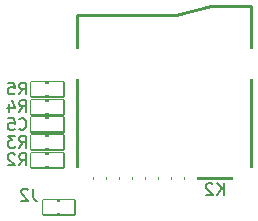
<source format=gbo>
G04 #@! TF.FileFunction,Legend,Bot*
%FSLAX46Y46*%
G04 Gerber Fmt 4.6, Leading zero omitted, Abs format (unit mm)*
G04 Created by KiCad (PCBNEW 4.0.4-stable) date Thu Nov 17 11:55:04 2016*
%MOMM*%
%LPD*%
G01*
G04 APERTURE LIST*
%ADD10C,0.100000*%
%ADD11C,0.250000*%
%ADD12C,0.200000*%
%ADD13R,1.400000X1.400000*%
%ADD14C,0.900000*%
%ADD15C,2.398980*%
%ADD16C,3.600000*%
%ADD17R,1.200000X1.200000*%
%ADD18R,1.600000X2.600000*%
%ADD19R,1.100000X2.000000*%
%ADD20R,1.600000X1.800000*%
%ADD21R,2.000000X1.800000*%
%ADD22C,1.400000*%
G04 APERTURE END LIST*
D10*
D11*
X51150000Y-40600000D02*
X51150000Y-39400000D01*
X53850000Y-39400000D02*
X53850000Y-40600000D01*
X53850000Y-40600000D02*
X51150000Y-40600000D01*
X51150000Y-39400000D02*
X53850000Y-39400000D01*
X52150000Y-47600000D02*
X52150000Y-46400000D01*
X54850000Y-46400000D02*
X54850000Y-47600000D01*
X54850000Y-47600000D02*
X52150000Y-47600000D01*
X52150000Y-46400000D02*
X54850000Y-46400000D01*
X51150000Y-43600000D02*
X51150000Y-42400000D01*
X53850000Y-42400000D02*
X53850000Y-43600000D01*
X53850000Y-43600000D02*
X51150000Y-43600000D01*
X51150000Y-42400000D02*
X53850000Y-42400000D01*
X51150000Y-42100000D02*
X51150000Y-40900000D01*
X53850000Y-40900000D02*
X53850000Y-42100000D01*
X53850000Y-42100000D02*
X51150000Y-42100000D01*
X51150000Y-40900000D02*
X53850000Y-40900000D01*
X51150000Y-39100000D02*
X51150000Y-37900000D01*
X53850000Y-37900000D02*
X53850000Y-39100000D01*
X53850000Y-39100000D02*
X51150000Y-39100000D01*
X51150000Y-37900000D02*
X53850000Y-37900000D01*
X51150000Y-37600000D02*
X51150000Y-36400000D01*
X53850000Y-36400000D02*
X53850000Y-37600000D01*
X53850000Y-37600000D02*
X51150000Y-37600000D01*
X51150000Y-36400000D02*
X53850000Y-36400000D01*
X69800000Y-30000000D02*
X69800000Y-44500000D01*
X69800000Y-30000000D02*
X66450000Y-30000000D01*
X66450000Y-30000000D02*
X63450000Y-30700000D01*
X63450000Y-30700000D02*
X55100000Y-30700000D01*
X69800000Y-44500000D02*
X55100000Y-44500000D01*
X55100000Y-30700000D02*
X55100000Y-44500000D01*
D12*
X50166666Y-40357143D02*
X50214285Y-40404762D01*
X50357142Y-40452381D01*
X50452380Y-40452381D01*
X50595238Y-40404762D01*
X50690476Y-40309524D01*
X50738095Y-40214286D01*
X50785714Y-40023810D01*
X50785714Y-39880952D01*
X50738095Y-39690476D01*
X50690476Y-39595238D01*
X50595238Y-39500000D01*
X50452380Y-39452381D01*
X50357142Y-39452381D01*
X50214285Y-39500000D01*
X50166666Y-39547619D01*
X49261904Y-39452381D02*
X49738095Y-39452381D01*
X49785714Y-39928571D01*
X49738095Y-39880952D01*
X49642857Y-39833333D01*
X49404761Y-39833333D01*
X49309523Y-39880952D01*
X49261904Y-39928571D01*
X49214285Y-40023810D01*
X49214285Y-40261905D01*
X49261904Y-40357143D01*
X49309523Y-40404762D01*
X49404761Y-40452381D01*
X49642857Y-40452381D01*
X49738095Y-40404762D01*
X49785714Y-40357143D01*
X51333333Y-45452381D02*
X51333333Y-46166667D01*
X51380953Y-46309524D01*
X51476191Y-46404762D01*
X51619048Y-46452381D01*
X51714286Y-46452381D01*
X50904762Y-45547619D02*
X50857143Y-45500000D01*
X50761905Y-45452381D01*
X50523809Y-45452381D01*
X50428571Y-45500000D01*
X50380952Y-45547619D01*
X50333333Y-45642857D01*
X50333333Y-45738095D01*
X50380952Y-45880952D01*
X50952381Y-46452381D01*
X50333333Y-46452381D01*
X50166666Y-43452381D02*
X50500000Y-42976190D01*
X50738095Y-43452381D02*
X50738095Y-42452381D01*
X50357142Y-42452381D01*
X50261904Y-42500000D01*
X50214285Y-42547619D01*
X50166666Y-42642857D01*
X50166666Y-42785714D01*
X50214285Y-42880952D01*
X50261904Y-42928571D01*
X50357142Y-42976190D01*
X50738095Y-42976190D01*
X49785714Y-42547619D02*
X49738095Y-42500000D01*
X49642857Y-42452381D01*
X49404761Y-42452381D01*
X49309523Y-42500000D01*
X49261904Y-42547619D01*
X49214285Y-42642857D01*
X49214285Y-42738095D01*
X49261904Y-42880952D01*
X49833333Y-43452381D01*
X49214285Y-43452381D01*
X50166666Y-41952381D02*
X50500000Y-41476190D01*
X50738095Y-41952381D02*
X50738095Y-40952381D01*
X50357142Y-40952381D01*
X50261904Y-41000000D01*
X50214285Y-41047619D01*
X50166666Y-41142857D01*
X50166666Y-41285714D01*
X50214285Y-41380952D01*
X50261904Y-41428571D01*
X50357142Y-41476190D01*
X50738095Y-41476190D01*
X49833333Y-40952381D02*
X49214285Y-40952381D01*
X49547619Y-41333333D01*
X49404761Y-41333333D01*
X49309523Y-41380952D01*
X49261904Y-41428571D01*
X49214285Y-41523810D01*
X49214285Y-41761905D01*
X49261904Y-41857143D01*
X49309523Y-41904762D01*
X49404761Y-41952381D01*
X49690476Y-41952381D01*
X49785714Y-41904762D01*
X49833333Y-41857143D01*
X50166666Y-38952381D02*
X50500000Y-38476190D01*
X50738095Y-38952381D02*
X50738095Y-37952381D01*
X50357142Y-37952381D01*
X50261904Y-38000000D01*
X50214285Y-38047619D01*
X50166666Y-38142857D01*
X50166666Y-38285714D01*
X50214285Y-38380952D01*
X50261904Y-38428571D01*
X50357142Y-38476190D01*
X50738095Y-38476190D01*
X49309523Y-38285714D02*
X49309523Y-38952381D01*
X49547619Y-37904762D02*
X49785714Y-38619048D01*
X49166666Y-38619048D01*
X50166666Y-37452381D02*
X50500000Y-36976190D01*
X50738095Y-37452381D02*
X50738095Y-36452381D01*
X50357142Y-36452381D01*
X50261904Y-36500000D01*
X50214285Y-36547619D01*
X50166666Y-36642857D01*
X50166666Y-36785714D01*
X50214285Y-36880952D01*
X50261904Y-36928571D01*
X50357142Y-36976190D01*
X50738095Y-36976190D01*
X49261904Y-36452381D02*
X49738095Y-36452381D01*
X49785714Y-36928571D01*
X49738095Y-36880952D01*
X49642857Y-36833333D01*
X49404761Y-36833333D01*
X49309523Y-36880952D01*
X49261904Y-36928571D01*
X49214285Y-37023810D01*
X49214285Y-37261905D01*
X49261904Y-37357143D01*
X49309523Y-37404762D01*
X49404761Y-37452381D01*
X49642857Y-37452381D01*
X49738095Y-37404762D01*
X49785714Y-37357143D01*
X67488095Y-45952381D02*
X67488095Y-44952381D01*
X66916666Y-45952381D02*
X67345238Y-45380952D01*
X66916666Y-44952381D02*
X67488095Y-45523810D01*
X66535714Y-45047619D02*
X66488095Y-45000000D01*
X66392857Y-44952381D01*
X66154761Y-44952381D01*
X66059523Y-45000000D01*
X66011904Y-45047619D01*
X65964285Y-45142857D01*
X65964285Y-45238095D01*
X66011904Y-45380952D01*
X66583333Y-45952381D01*
X65964285Y-45952381D01*
%LPC*%
D13*
X51190000Y-77940000D03*
X48650000Y-77940000D03*
X49920000Y-77940000D03*
X49920000Y-79210000D03*
X51190000Y-79210000D03*
X48650000Y-79210000D03*
X43570000Y-77940000D03*
X47380000Y-77940000D03*
X46110000Y-79210000D03*
X46110000Y-77940000D03*
X44840000Y-77940000D03*
X47380000Y-79210000D03*
X43570000Y-79210000D03*
X44840000Y-79210000D03*
X58810000Y-79210000D03*
X60080000Y-77940000D03*
X57540000Y-77940000D03*
X60080000Y-79210000D03*
X57540000Y-79210000D03*
X58810000Y-77940000D03*
X56270000Y-77940000D03*
X55000000Y-77940000D03*
X53730000Y-77940000D03*
X52460000Y-77940000D03*
X53730000Y-79210000D03*
X55000000Y-79210000D03*
X56270000Y-79210000D03*
X52460000Y-79210000D03*
X71510000Y-77940000D03*
X72780000Y-79210000D03*
X71510000Y-79210000D03*
X72780000Y-77940000D03*
X74050000Y-77940000D03*
X74050000Y-79210000D03*
X62620000Y-79210000D03*
X61350000Y-77940000D03*
X61350000Y-79210000D03*
X62620000Y-77940000D03*
X63890000Y-79210000D03*
X65160000Y-79210000D03*
X63890000Y-77940000D03*
X66430000Y-79210000D03*
X67700000Y-77940000D03*
X67700000Y-79210000D03*
X66430000Y-77940000D03*
X65160000Y-77940000D03*
X68970000Y-79210000D03*
X70240000Y-77940000D03*
X70240000Y-79210000D03*
X68970000Y-77940000D03*
X37220000Y-77940000D03*
X37220000Y-79210000D03*
X35950000Y-79210000D03*
X41030000Y-79210000D03*
X41030000Y-77940000D03*
X39760000Y-79210000D03*
X38490000Y-79210000D03*
X38490000Y-77940000D03*
X39760000Y-77940000D03*
X42300000Y-77940000D03*
X42300000Y-79210000D03*
X35950000Y-77940000D03*
X53730000Y-71590000D03*
X55000000Y-70320000D03*
X53730000Y-72860000D03*
X53730000Y-70320000D03*
X56270000Y-74130000D03*
X51190000Y-74130000D03*
X49920000Y-72860000D03*
X52460000Y-72860000D03*
X52460000Y-74130000D03*
X49920000Y-74130000D03*
X51190000Y-72860000D03*
X53730000Y-69050000D03*
X52460000Y-69050000D03*
X51190000Y-69050000D03*
X49920000Y-69050000D03*
X51190000Y-71590000D03*
X49920000Y-70320000D03*
X52460000Y-70320000D03*
X52460000Y-71590000D03*
X49920000Y-71590000D03*
X51190000Y-70320000D03*
X55000000Y-69050000D03*
X56270000Y-69050000D03*
X57540000Y-76670000D03*
X55000000Y-76670000D03*
X56270000Y-76670000D03*
X56270000Y-75400000D03*
X56270000Y-71590000D03*
X56270000Y-72860000D03*
X55000000Y-71590000D03*
X56270000Y-70320000D03*
X55000000Y-72860000D03*
X51190000Y-75400000D03*
X49920000Y-75400000D03*
X52460000Y-75400000D03*
X52460000Y-76670000D03*
X49920000Y-76670000D03*
X51190000Y-76670000D03*
X53730000Y-76670000D03*
X53730000Y-74130000D03*
X55000000Y-74130000D03*
X55000000Y-75400000D03*
X53730000Y-75400000D03*
X34680000Y-69050000D03*
X37220000Y-71590000D03*
X37220000Y-70320000D03*
X38490000Y-71590000D03*
X38490000Y-70320000D03*
X39760000Y-71590000D03*
X34680000Y-71590000D03*
X34680000Y-70320000D03*
X35950000Y-70320000D03*
X35950000Y-71590000D03*
X35950000Y-69050000D03*
X37220000Y-69050000D03*
X39760000Y-69050000D03*
X38490000Y-69050000D03*
X39760000Y-70320000D03*
X41030000Y-71590000D03*
X42300000Y-70320000D03*
X41030000Y-70320000D03*
X41030000Y-69050000D03*
X42300000Y-69050000D03*
X44840000Y-69050000D03*
X47380000Y-69050000D03*
X47380000Y-70320000D03*
X48650000Y-69050000D03*
X48650000Y-70320000D03*
X42300000Y-71590000D03*
X43570000Y-70320000D03*
X43570000Y-69050000D03*
X43570000Y-71590000D03*
X44840000Y-70320000D03*
X44840000Y-71590000D03*
X47380000Y-71590000D03*
X46110000Y-69050000D03*
X48650000Y-71590000D03*
X46110000Y-70320000D03*
X46110000Y-71590000D03*
X33410000Y-71590000D03*
X30870000Y-70320000D03*
X32140000Y-71590000D03*
X32140000Y-70320000D03*
X33410000Y-70320000D03*
X30870000Y-71590000D03*
X33410000Y-69050000D03*
X30870000Y-69050000D03*
X32140000Y-69050000D03*
X37220000Y-76670000D03*
X35950000Y-76670000D03*
X35950000Y-75400000D03*
X37220000Y-75400000D03*
X39760000Y-76670000D03*
X38490000Y-76670000D03*
X38490000Y-75400000D03*
X37220000Y-74130000D03*
X35950000Y-74130000D03*
X35950000Y-72860000D03*
X38490000Y-72860000D03*
X37220000Y-72860000D03*
X30870000Y-74130000D03*
X30870000Y-72860000D03*
X34680000Y-74130000D03*
X34680000Y-72860000D03*
X32140000Y-74130000D03*
X32140000Y-72860000D03*
X33410000Y-72860000D03*
X33410000Y-74130000D03*
X38490000Y-74130000D03*
X39760000Y-75400000D03*
X39760000Y-72860000D03*
X39760000Y-74130000D03*
X47380000Y-74130000D03*
X48650000Y-72860000D03*
X46110000Y-74130000D03*
X47380000Y-72860000D03*
X48650000Y-74130000D03*
X41030000Y-74130000D03*
X43570000Y-74130000D03*
X42300000Y-74130000D03*
X42300000Y-72860000D03*
X43570000Y-72860000D03*
X41030000Y-72860000D03*
X47380000Y-76670000D03*
X47380000Y-75400000D03*
X48650000Y-76670000D03*
X48650000Y-75400000D03*
X46110000Y-76670000D03*
X41030000Y-76670000D03*
X41030000Y-75400000D03*
X42300000Y-75400000D03*
X42300000Y-76670000D03*
X43570000Y-76670000D03*
X43570000Y-75400000D03*
X44840000Y-74130000D03*
X46110000Y-72860000D03*
X44840000Y-72860000D03*
X44840000Y-76670000D03*
X46110000Y-75400000D03*
X44840000Y-75400000D03*
X62620000Y-76670000D03*
X62620000Y-75400000D03*
X61350000Y-76670000D03*
X61350000Y-75400000D03*
X60080000Y-75400000D03*
X60080000Y-74130000D03*
X60080000Y-76670000D03*
X58810000Y-69050000D03*
X58810000Y-70320000D03*
X61350000Y-70320000D03*
X60080000Y-70320000D03*
X60080000Y-69050000D03*
X61350000Y-74130000D03*
X61350000Y-72860000D03*
X60080000Y-72860000D03*
X61350000Y-71590000D03*
X60080000Y-71590000D03*
X57540000Y-72860000D03*
X58810000Y-71590000D03*
X58810000Y-72860000D03*
X57540000Y-71590000D03*
X57540000Y-69050000D03*
X57540000Y-70320000D03*
X58810000Y-76670000D03*
X57540000Y-75400000D03*
X58810000Y-74130000D03*
X58810000Y-75400000D03*
X57540000Y-74130000D03*
X70240000Y-72860000D03*
X70240000Y-74130000D03*
X70240000Y-71590000D03*
X71510000Y-71590000D03*
X75320000Y-74130000D03*
X74050000Y-76670000D03*
X74050000Y-75400000D03*
X74050000Y-74130000D03*
X75320000Y-71590000D03*
X75320000Y-72860000D03*
X77860000Y-74130000D03*
X77860000Y-71590000D03*
X76590000Y-74130000D03*
X76590000Y-71590000D03*
X76590000Y-72860000D03*
X79130000Y-71590000D03*
X79130000Y-72860000D03*
X77860000Y-72860000D03*
X79130000Y-74130000D03*
X70240000Y-75400000D03*
X71510000Y-75400000D03*
X72780000Y-76670000D03*
X71510000Y-76670000D03*
X72780000Y-75400000D03*
X70240000Y-76670000D03*
X74050000Y-71590000D03*
X74050000Y-72860000D03*
X71510000Y-72860000D03*
X71510000Y-74130000D03*
X72780000Y-74130000D03*
X72780000Y-71590000D03*
X72780000Y-72860000D03*
X71510000Y-69050000D03*
X72780000Y-69050000D03*
X79130000Y-70320000D03*
X79130000Y-69050000D03*
X77860000Y-70320000D03*
X75320000Y-70320000D03*
X74050000Y-69050000D03*
X74050000Y-70320000D03*
X75320000Y-69050000D03*
X70240000Y-70320000D03*
X71510000Y-70320000D03*
X70240000Y-69050000D03*
X72780000Y-70320000D03*
X77860000Y-69050000D03*
X76590000Y-70320000D03*
X76590000Y-69050000D03*
X68970000Y-76670000D03*
X67700000Y-74130000D03*
X67700000Y-76670000D03*
X68970000Y-74130000D03*
X67700000Y-75400000D03*
X68970000Y-75400000D03*
X63890000Y-76670000D03*
X63890000Y-75400000D03*
X65160000Y-76670000D03*
X66430000Y-74130000D03*
X66430000Y-75400000D03*
X65160000Y-75400000D03*
X66430000Y-76670000D03*
X65160000Y-74130000D03*
X65160000Y-69050000D03*
X66430000Y-69050000D03*
X63890000Y-70320000D03*
X61350000Y-69050000D03*
X62620000Y-70320000D03*
X62620000Y-69050000D03*
X63890000Y-74130000D03*
X63890000Y-71590000D03*
X63890000Y-72860000D03*
X62620000Y-72860000D03*
X62620000Y-71590000D03*
X62620000Y-74130000D03*
X67700000Y-71590000D03*
X65160000Y-71590000D03*
X65160000Y-72860000D03*
X67700000Y-70320000D03*
X66430000Y-71590000D03*
X65160000Y-70320000D03*
X67700000Y-72860000D03*
X68970000Y-71590000D03*
X68970000Y-72860000D03*
X66430000Y-70320000D03*
X66430000Y-72860000D03*
X68970000Y-70320000D03*
X67700000Y-69050000D03*
X68970000Y-69050000D03*
X63890000Y-69050000D03*
X41030000Y-67780000D03*
X41030000Y-65240000D03*
X41030000Y-62700000D03*
X41030000Y-60160000D03*
X41030000Y-66510000D03*
X41030000Y-63970000D03*
X41030000Y-61430000D03*
X41030000Y-58890000D03*
X42300000Y-66510000D03*
X42300000Y-63970000D03*
X42300000Y-61430000D03*
X42300000Y-58890000D03*
X42300000Y-67780000D03*
X42300000Y-65240000D03*
X42300000Y-62700000D03*
X42300000Y-60160000D03*
X43570000Y-67780000D03*
X43570000Y-65240000D03*
X43570000Y-62700000D03*
X43570000Y-60160000D03*
X43570000Y-66510000D03*
X43570000Y-63970000D03*
X43570000Y-61430000D03*
X43570000Y-58890000D03*
X34680000Y-67780000D03*
X34680000Y-65240000D03*
X34680000Y-62700000D03*
X34680000Y-60160000D03*
X33410000Y-67780000D03*
X33410000Y-65240000D03*
X33410000Y-62700000D03*
X33410000Y-60160000D03*
X32140000Y-67780000D03*
X32140000Y-65240000D03*
X32140000Y-62700000D03*
X32140000Y-60160000D03*
X34680000Y-66510000D03*
X34680000Y-63970000D03*
X34680000Y-61430000D03*
X34680000Y-58890000D03*
X32140000Y-66510000D03*
X32140000Y-63970000D03*
X32140000Y-61430000D03*
X32140000Y-58890000D03*
X33410000Y-66510000D03*
X33410000Y-63970000D03*
X33410000Y-61430000D03*
X33410000Y-58890000D03*
X37220000Y-67780000D03*
X37220000Y-65240000D03*
X37220000Y-62700000D03*
X37220000Y-60160000D03*
X37220000Y-66510000D03*
X37220000Y-63970000D03*
X37220000Y-61430000D03*
X37220000Y-58890000D03*
X35950000Y-66510000D03*
X35950000Y-63970000D03*
X35950000Y-61430000D03*
X35950000Y-58890000D03*
X35950000Y-67780000D03*
X35950000Y-65240000D03*
X35950000Y-62700000D03*
X35950000Y-60160000D03*
X39760000Y-67780000D03*
X39760000Y-65240000D03*
X39760000Y-62700000D03*
X39760000Y-60160000D03*
X39760000Y-66510000D03*
X39760000Y-63970000D03*
X39760000Y-61430000D03*
X39760000Y-58890000D03*
X38490000Y-67780000D03*
X38490000Y-65240000D03*
X38490000Y-62700000D03*
X38490000Y-60160000D03*
X38490000Y-66510000D03*
X38490000Y-63970000D03*
X38490000Y-61430000D03*
X38490000Y-58890000D03*
X47380000Y-67780000D03*
X47380000Y-65240000D03*
X47380000Y-62700000D03*
X47380000Y-60160000D03*
X47380000Y-66510000D03*
X47380000Y-63970000D03*
X47380000Y-61430000D03*
X47380000Y-58890000D03*
X48650000Y-67780000D03*
X48650000Y-65240000D03*
X48650000Y-62700000D03*
X48650000Y-60160000D03*
X48650000Y-66510000D03*
X48650000Y-63970000D03*
X48650000Y-61430000D03*
X48650000Y-58890000D03*
X46110000Y-67780000D03*
X46110000Y-65240000D03*
X46110000Y-62700000D03*
X46110000Y-60160000D03*
X44840000Y-66510000D03*
X44840000Y-63970000D03*
X44840000Y-61430000D03*
X44840000Y-58890000D03*
X44840000Y-67780000D03*
X44840000Y-65240000D03*
X44840000Y-62700000D03*
X44840000Y-60160000D03*
X46110000Y-66510000D03*
X46110000Y-63970000D03*
X46110000Y-61430000D03*
X46110000Y-58890000D03*
X75320000Y-67780000D03*
X75320000Y-65240000D03*
X75320000Y-62700000D03*
X75320000Y-60160000D03*
X77860000Y-67780000D03*
X77860000Y-65240000D03*
X77860000Y-62700000D03*
X77860000Y-60160000D03*
X76590000Y-67780000D03*
X76590000Y-65240000D03*
X76590000Y-62700000D03*
X76590000Y-60160000D03*
X79130000Y-67780000D03*
X79130000Y-65240000D03*
X79130000Y-62700000D03*
X79130000Y-60160000D03*
X74050000Y-67780000D03*
X74050000Y-65240000D03*
X74050000Y-62700000D03*
X74050000Y-60160000D03*
X79130000Y-66510000D03*
X79130000Y-63970000D03*
X79130000Y-61430000D03*
X79130000Y-58890000D03*
X75320000Y-66510000D03*
X75320000Y-63970000D03*
X75320000Y-61430000D03*
X75320000Y-58890000D03*
X74050000Y-66510000D03*
X74050000Y-63970000D03*
X74050000Y-61430000D03*
X74050000Y-58890000D03*
X76590000Y-66510000D03*
X76590000Y-63970000D03*
X76590000Y-61430000D03*
X76590000Y-58890000D03*
X77860000Y-66510000D03*
X77860000Y-63970000D03*
X77860000Y-61430000D03*
X77860000Y-58890000D03*
X68970000Y-67780000D03*
X68970000Y-65240000D03*
X68970000Y-62700000D03*
X68970000Y-60160000D03*
X70240000Y-66510000D03*
X70240000Y-63970000D03*
X70240000Y-61430000D03*
X70240000Y-58890000D03*
X67700000Y-67780000D03*
X67700000Y-65240000D03*
X67700000Y-62700000D03*
X67700000Y-60160000D03*
X67700000Y-66510000D03*
X67700000Y-63970000D03*
X67700000Y-61430000D03*
X67700000Y-58890000D03*
X70240000Y-67780000D03*
X70240000Y-65240000D03*
X70240000Y-62700000D03*
X70240000Y-60160000D03*
X68970000Y-66510000D03*
X68970000Y-63970000D03*
X68970000Y-61430000D03*
X68970000Y-58890000D03*
X72780000Y-67780000D03*
X72780000Y-65240000D03*
X72780000Y-62700000D03*
X72780000Y-60160000D03*
X71510000Y-67780000D03*
X71510000Y-65240000D03*
X71510000Y-62700000D03*
X71510000Y-60160000D03*
X72780000Y-66510000D03*
X72780000Y-63970000D03*
X72780000Y-61430000D03*
X72780000Y-58890000D03*
X71510000Y-66510000D03*
X71510000Y-63970000D03*
X71510000Y-61430000D03*
X71510000Y-58890000D03*
X63890000Y-67780000D03*
X63890000Y-65240000D03*
X63890000Y-62700000D03*
X63890000Y-60160000D03*
X65160000Y-67780000D03*
X65160000Y-65240000D03*
X65160000Y-62700000D03*
X65160000Y-60160000D03*
X65160000Y-66510000D03*
X65160000Y-63970000D03*
X65160000Y-61430000D03*
X65160000Y-58890000D03*
X66430000Y-67780000D03*
X66430000Y-65240000D03*
X66430000Y-62700000D03*
X66430000Y-60160000D03*
X63890000Y-66510000D03*
X63890000Y-63970000D03*
X63890000Y-61430000D03*
X63890000Y-58890000D03*
X66430000Y-66510000D03*
X66430000Y-63970000D03*
X66430000Y-61430000D03*
X66430000Y-58890000D03*
X61350000Y-67780000D03*
X61350000Y-65240000D03*
X61350000Y-62700000D03*
X61350000Y-60160000D03*
X62620000Y-66510000D03*
X62620000Y-63970000D03*
X62620000Y-61430000D03*
X62620000Y-58890000D03*
X62620000Y-67780000D03*
X62620000Y-65240000D03*
X62620000Y-62700000D03*
X62620000Y-60160000D03*
X61350000Y-66510000D03*
X61350000Y-63970000D03*
X61350000Y-61430000D03*
X61350000Y-58890000D03*
X60080000Y-66510000D03*
X60080000Y-63970000D03*
X60080000Y-61430000D03*
X60080000Y-58890000D03*
X60080000Y-67780000D03*
X60080000Y-65240000D03*
X60080000Y-62700000D03*
X60080000Y-60160000D03*
X58810000Y-67780000D03*
X58810000Y-65240000D03*
X58810000Y-62700000D03*
X58810000Y-60160000D03*
X58810000Y-66510000D03*
X58810000Y-63970000D03*
X58810000Y-61430000D03*
X58810000Y-58890000D03*
X53730000Y-67780000D03*
X53730000Y-65240000D03*
X53730000Y-62700000D03*
X53730000Y-60160000D03*
X53730000Y-66510000D03*
X53730000Y-63970000D03*
X53730000Y-61430000D03*
X53730000Y-58890000D03*
X51190000Y-67780000D03*
X51190000Y-65240000D03*
X51190000Y-62700000D03*
X51190000Y-60160000D03*
X51190000Y-66510000D03*
X51190000Y-63970000D03*
X51190000Y-61430000D03*
X51190000Y-58890000D03*
X49920000Y-66510000D03*
X49920000Y-63970000D03*
X49920000Y-61430000D03*
X49920000Y-58890000D03*
X52460000Y-66510000D03*
X52460000Y-63970000D03*
X52460000Y-61430000D03*
X52460000Y-58890000D03*
X52460000Y-67780000D03*
X52460000Y-65240000D03*
X52460000Y-62700000D03*
X52460000Y-60160000D03*
X49920000Y-67780000D03*
X49920000Y-65240000D03*
X49920000Y-62700000D03*
X49920000Y-60160000D03*
X30870000Y-67780000D03*
X30870000Y-65240000D03*
X30870000Y-62700000D03*
X30870000Y-60160000D03*
X30870000Y-66510000D03*
X30870000Y-63970000D03*
X30870000Y-61430000D03*
X30870000Y-58890000D03*
X57540000Y-67780000D03*
X57540000Y-65240000D03*
X57540000Y-62700000D03*
X57540000Y-60160000D03*
X56270000Y-67780000D03*
X56270000Y-65240000D03*
X56270000Y-62700000D03*
X56270000Y-60160000D03*
X56270000Y-66510000D03*
X56270000Y-63970000D03*
X56270000Y-61430000D03*
X56270000Y-58890000D03*
X55000000Y-67780000D03*
X55000000Y-65240000D03*
X55000000Y-62700000D03*
X55000000Y-60160000D03*
X55000000Y-66510000D03*
X55000000Y-63970000D03*
X55000000Y-61430000D03*
X55000000Y-58890000D03*
X57540000Y-66510000D03*
X57540000Y-63970000D03*
X57540000Y-61430000D03*
X57540000Y-58890000D03*
X41030000Y-57620000D03*
X41030000Y-56350000D03*
X42300000Y-56350000D03*
X42300000Y-57620000D03*
X43570000Y-57620000D03*
X43570000Y-56350000D03*
X34680000Y-57620000D03*
X33410000Y-57620000D03*
X32140000Y-57620000D03*
X34680000Y-56350000D03*
X32140000Y-56350000D03*
X33410000Y-56350000D03*
X37220000Y-57620000D03*
X37220000Y-56350000D03*
X35950000Y-56350000D03*
X35950000Y-57620000D03*
X39760000Y-57620000D03*
X39760000Y-56350000D03*
X38490000Y-57620000D03*
X38490000Y-56350000D03*
X47380000Y-57620000D03*
X47380000Y-56350000D03*
X48650000Y-57620000D03*
X48650000Y-56350000D03*
X46110000Y-57620000D03*
X44840000Y-56350000D03*
X44840000Y-57620000D03*
X46110000Y-56350000D03*
X75320000Y-57620000D03*
X77860000Y-57620000D03*
X76590000Y-57620000D03*
X79130000Y-57620000D03*
X74050000Y-57620000D03*
X79130000Y-56350000D03*
X75320000Y-56350000D03*
X74050000Y-56350000D03*
X76590000Y-56350000D03*
X77860000Y-56350000D03*
X68970000Y-57620000D03*
X70240000Y-56350000D03*
X67700000Y-57620000D03*
X67700000Y-56350000D03*
X70240000Y-57620000D03*
X68970000Y-56350000D03*
X72780000Y-57620000D03*
X71510000Y-57620000D03*
X72780000Y-56350000D03*
X71510000Y-56350000D03*
X63890000Y-57620000D03*
X65160000Y-57620000D03*
X65160000Y-56350000D03*
X66430000Y-57620000D03*
X63890000Y-56350000D03*
X66430000Y-56350000D03*
X61350000Y-57620000D03*
X62620000Y-56350000D03*
X62620000Y-57620000D03*
X61350000Y-56350000D03*
X60080000Y-56350000D03*
X60080000Y-57620000D03*
X58810000Y-57620000D03*
X58810000Y-56350000D03*
X53730000Y-57620000D03*
X53730000Y-56350000D03*
X51190000Y-57620000D03*
X51190000Y-56350000D03*
X49920000Y-56350000D03*
X52460000Y-56350000D03*
X52460000Y-57620000D03*
X49920000Y-57620000D03*
X30870000Y-57620000D03*
X30870000Y-56350000D03*
X57540000Y-57620000D03*
X56270000Y-57620000D03*
X56270000Y-56350000D03*
X55000000Y-57620000D03*
X55000000Y-56350000D03*
X57540000Y-56350000D03*
X37220000Y-55080000D03*
X38490000Y-55080000D03*
X39760000Y-55080000D03*
X48650000Y-55080000D03*
X47380000Y-55080000D03*
X46110000Y-55080000D03*
X44840000Y-55080000D03*
X43570000Y-55080000D03*
X41030000Y-55080000D03*
X42300000Y-55080000D03*
X79130000Y-55080000D03*
X75320000Y-55080000D03*
X76590000Y-55080000D03*
X74050000Y-55080000D03*
X77860000Y-55080000D03*
X66430000Y-55080000D03*
X63890000Y-55080000D03*
X65160000Y-55080000D03*
X71510000Y-55080000D03*
X72780000Y-55080000D03*
X70240000Y-55080000D03*
X68970000Y-55080000D03*
X67700000Y-55080000D03*
X61350000Y-55080000D03*
X62620000Y-55080000D03*
X52460000Y-55080000D03*
X56270000Y-55080000D03*
X53730000Y-55080000D03*
X55000000Y-55080000D03*
X49920000Y-55080000D03*
X51190000Y-55080000D03*
X57540000Y-55080000D03*
X58810000Y-55080000D03*
X60080000Y-55080000D03*
X35950000Y-55080000D03*
X34680000Y-55080000D03*
X32140000Y-55080000D03*
X30870000Y-55080000D03*
X33410000Y-55080000D03*
X79130000Y-53810000D03*
X72780000Y-53810000D03*
X71510000Y-53810000D03*
X77860000Y-53810000D03*
X74050000Y-53810000D03*
X75320000Y-53810000D03*
X76590000Y-53810000D03*
X68970000Y-53810000D03*
X70240000Y-53810000D03*
X67700000Y-53810000D03*
X55000000Y-53810000D03*
X51190000Y-53810000D03*
X52460000Y-53810000D03*
X53730000Y-53810000D03*
X65160000Y-53810000D03*
X66430000Y-53810000D03*
X60080000Y-53810000D03*
X58810000Y-53810000D03*
X62620000Y-53810000D03*
X63890000Y-53810000D03*
X61350000Y-53810000D03*
X56270000Y-53810000D03*
X57540000Y-53810000D03*
X42300000Y-53810000D03*
X41030000Y-53810000D03*
X43570000Y-53810000D03*
X48650000Y-53810000D03*
X49920000Y-53810000D03*
X46110000Y-53810000D03*
X44840000Y-53810000D03*
X47380000Y-53810000D03*
X38490000Y-53810000D03*
X35950000Y-53810000D03*
X39760000Y-53810000D03*
X37220000Y-53810000D03*
X34680000Y-53810000D03*
X33410000Y-53810000D03*
X32140000Y-53810000D03*
D14*
X72750000Y-51750000D03*
X74250000Y-51750000D03*
X73500000Y-51750000D03*
X49250000Y-51750000D03*
X47750000Y-51750000D03*
X48500000Y-51750000D03*
X66750000Y-51750000D03*
X63750000Y-51750000D03*
X65250000Y-51750000D03*
X66000000Y-51750000D03*
X63000000Y-51750000D03*
X64500000Y-51750000D03*
X61500000Y-51750000D03*
X62250000Y-51750000D03*
X60750000Y-51750000D03*
X69750000Y-51750000D03*
X69000000Y-51750000D03*
X71250000Y-51750000D03*
X67500000Y-51750000D03*
X72000000Y-51750000D03*
X68250000Y-51750000D03*
X70500000Y-51750000D03*
X41750000Y-51750000D03*
X42500000Y-51750000D03*
X43250000Y-51750000D03*
X45500000Y-51750000D03*
X46250000Y-51750000D03*
X44750000Y-51750000D03*
X44000000Y-51750000D03*
X47000000Y-51750000D03*
X40250000Y-51750000D03*
X39500000Y-51750000D03*
X41000000Y-51750000D03*
X38750000Y-51750000D03*
X37250000Y-51750000D03*
X38000000Y-51750000D03*
X36500000Y-51750000D03*
D15*
X32140000Y-39840000D03*
X32140000Y-42380000D03*
X49920000Y-32220000D03*
X47380000Y-32220000D03*
X44840000Y-32220000D03*
X42300000Y-32220000D03*
X39760000Y-32220000D03*
D16*
X33000000Y-33000000D03*
X33000000Y-77000000D03*
X77000000Y-77000000D03*
D17*
X51750000Y-40000000D03*
X53250000Y-40000000D03*
X52750000Y-47000000D03*
X54250000Y-47000000D03*
D15*
X42300000Y-44920000D03*
X39760000Y-44920000D03*
D17*
X51750000Y-43000000D03*
X53250000Y-43000000D03*
X51750000Y-41500000D03*
X53250000Y-41500000D03*
X51750000Y-38500000D03*
X53250000Y-38500000D03*
X51750000Y-37000000D03*
X53250000Y-37000000D03*
D16*
X77000000Y-33000000D03*
D18*
X70200000Y-34900000D03*
D19*
X64750000Y-45000000D03*
X63650000Y-45000000D03*
X62550000Y-45000000D03*
X61450000Y-45000000D03*
X60350000Y-45000000D03*
X59250000Y-45000000D03*
X58150000Y-45000000D03*
X57050000Y-45000000D03*
X55950000Y-45000000D03*
D20*
X54700000Y-44500000D03*
D21*
X69300000Y-44500000D03*
D18*
X54700000Y-34900000D03*
D22*
X65500000Y-34500000D03*
X57500000Y-34500000D03*
D15*
X77860000Y-50000000D03*
X75320000Y-50000000D03*
X72780000Y-50000000D03*
X62620000Y-50000000D03*
X60080000Y-50000000D03*
X57540000Y-50000000D03*
X55000000Y-50000000D03*
X52460000Y-50000000D03*
X65160000Y-50000000D03*
X67700000Y-50000000D03*
X70240000Y-50000000D03*
X49920000Y-50000000D03*
X47380000Y-50000000D03*
X44840000Y-50000000D03*
X32140000Y-50000000D03*
X34680000Y-50000000D03*
X37220000Y-50000000D03*
X39760000Y-50000000D03*
X42300000Y-50000000D03*
D14*
X35750000Y-51750000D03*
D13*
X30870000Y-53810000D03*
M02*

</source>
